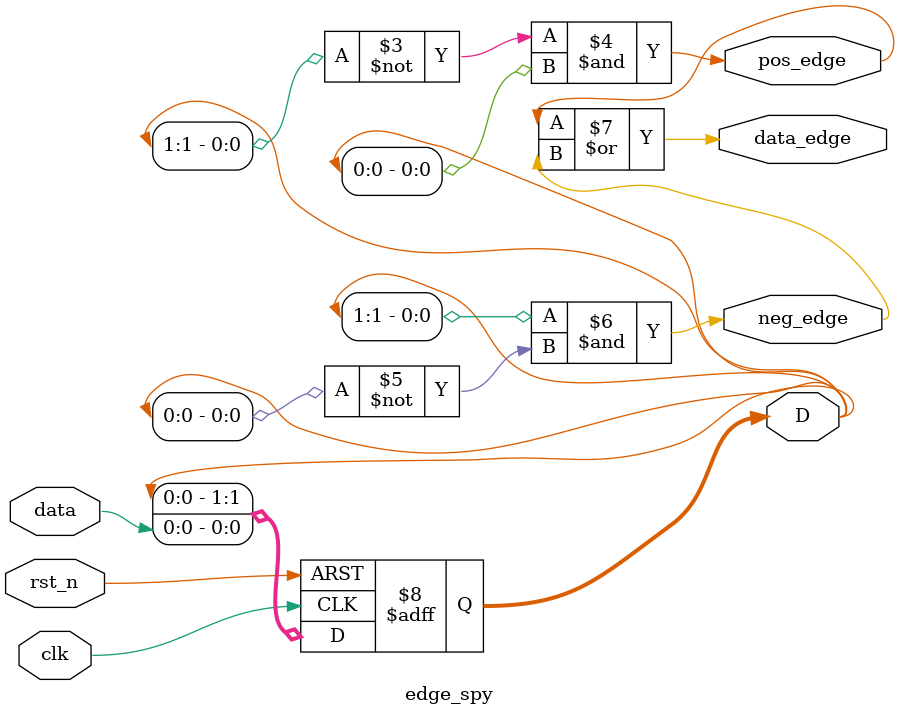
<source format=v>
module edge_spy(

      input                  clk,
	  input                  rst_n,
      input                  data,
		
      output                 pos_edge,    //ÉÏÉýÑØ
	  output                 neg_edge,    //ÏÂ½µÑØ  
	  output                 data_edge,  //Êý¾Ý±ßÑØ
		
	  output reg     [1:0]   D      
);

	always @(posedge clk or negedge rst_n)begin
	    if(rst_n == 1'b0)begin
	        D <= 2'b00;
	    end
	    else begin
	        D <= {D[0], data};  	//D[1]±íÊ¾Ç°Ò»×´Ì¬£¬D[0]±íÊ¾ºóÒ»×´Ì¬£¨ÐÂÊý¾Ý£© 
	    end
	end
	
//×éºÏÂß¼­½øÐÐ±ßÑØ¼ì²â

	assign  pos_edge = ~D[1] & D[0];
	assign  neg_edge = D[1] & ~D[0];
	assign  data_edge = pos_edge | neg_edge;
	
endmodule
</source>
